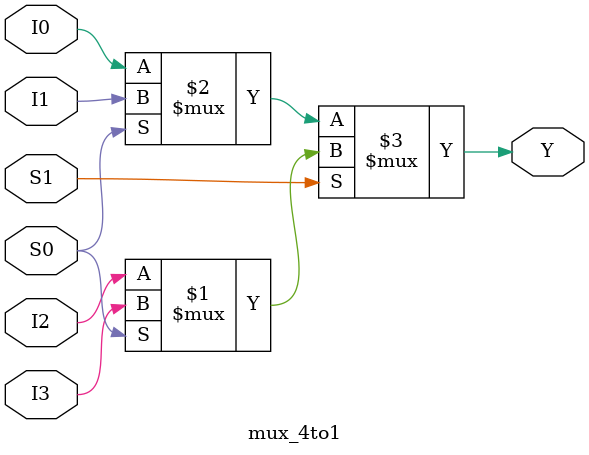
<source format=v>
`timescale 1ns / 1ps

module mux_4to1 (
    // Data Inputs
    input I0,
    input I1,
    input I2,
    input I3,

    // Select Lines (S1 is MSB, S0 is LSB)
    input S1,
    input S0,

    // Output
    output Y
);

    // Dataflow Logic: Y = (S1)? [select I2/I3] : [select I0/I1];
    assign Y = S1 ? (S0 ? I3 : I2) : 
                      (S0 ? I1 : I0);

endmodule
</source>
